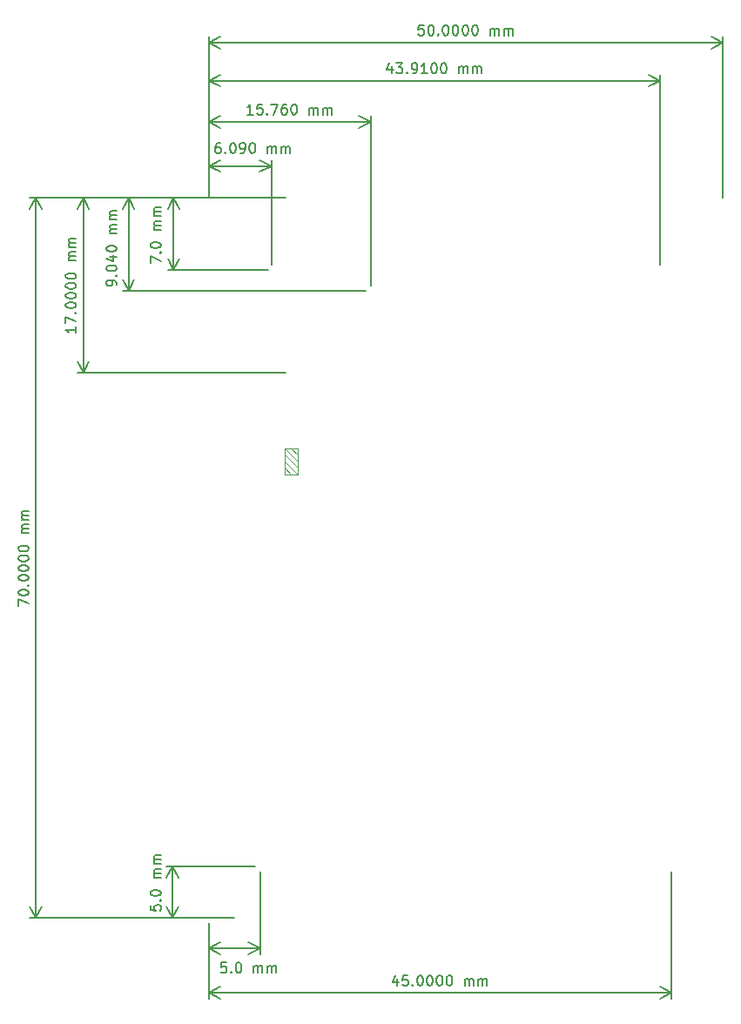
<source format=gbr>
%TF.GenerationSoftware,KiCad,Pcbnew,(6.0.7)*%
%TF.CreationDate,2022-08-04T11:05:02-07:00*%
%TF.ProjectId,SZG-TEMPLATE-TXR,535a472d-5445-44d5-904c-4154452d5458,A*%
%TF.SameCoordinates,Original*%
%TF.FileFunction,OtherDrawing,Comment*%
%FSLAX46Y46*%
G04 Gerber Fmt 4.6, Leading zero omitted, Abs format (unit mm)*
G04 Created by KiCad (PCBNEW (6.0.7)) date 2022-08-04 11:05:02*
%MOMM*%
%LPD*%
G01*
G04 APERTURE LIST*
%ADD10C,0.150000*%
%ADD11C,0.100000*%
G04 APERTURE END LIST*
D10*
X104502380Y-71347619D02*
X104502380Y-71919047D01*
X104502380Y-71633333D02*
X103502380Y-71633333D01*
X103645238Y-71728571D01*
X103740476Y-71823809D01*
X103788095Y-71919047D01*
X103502380Y-71014285D02*
X103502380Y-70347619D01*
X104502380Y-70776190D01*
X104407142Y-69966666D02*
X104454761Y-69919047D01*
X104502380Y-69966666D01*
X104454761Y-70014285D01*
X104407142Y-69966666D01*
X104502380Y-69966666D01*
X103502380Y-69300000D02*
X103502380Y-69204761D01*
X103550000Y-69109523D01*
X103597619Y-69061904D01*
X103692857Y-69014285D01*
X103883333Y-68966666D01*
X104121428Y-68966666D01*
X104311904Y-69014285D01*
X104407142Y-69061904D01*
X104454761Y-69109523D01*
X104502380Y-69204761D01*
X104502380Y-69300000D01*
X104454761Y-69395238D01*
X104407142Y-69442857D01*
X104311904Y-69490476D01*
X104121428Y-69538095D01*
X103883333Y-69538095D01*
X103692857Y-69490476D01*
X103597619Y-69442857D01*
X103550000Y-69395238D01*
X103502380Y-69300000D01*
X103502380Y-68347619D02*
X103502380Y-68252380D01*
X103550000Y-68157142D01*
X103597619Y-68109523D01*
X103692857Y-68061904D01*
X103883333Y-68014285D01*
X104121428Y-68014285D01*
X104311904Y-68061904D01*
X104407142Y-68109523D01*
X104454761Y-68157142D01*
X104502380Y-68252380D01*
X104502380Y-68347619D01*
X104454761Y-68442857D01*
X104407142Y-68490476D01*
X104311904Y-68538095D01*
X104121428Y-68585714D01*
X103883333Y-68585714D01*
X103692857Y-68538095D01*
X103597619Y-68490476D01*
X103550000Y-68442857D01*
X103502380Y-68347619D01*
X103502380Y-67395238D02*
X103502380Y-67300000D01*
X103550000Y-67204761D01*
X103597619Y-67157142D01*
X103692857Y-67109523D01*
X103883333Y-67061904D01*
X104121428Y-67061904D01*
X104311904Y-67109523D01*
X104407142Y-67157142D01*
X104454761Y-67204761D01*
X104502380Y-67300000D01*
X104502380Y-67395238D01*
X104454761Y-67490476D01*
X104407142Y-67538095D01*
X104311904Y-67585714D01*
X104121428Y-67633333D01*
X103883333Y-67633333D01*
X103692857Y-67585714D01*
X103597619Y-67538095D01*
X103550000Y-67490476D01*
X103502380Y-67395238D01*
X103502380Y-66442857D02*
X103502380Y-66347619D01*
X103550000Y-66252380D01*
X103597619Y-66204761D01*
X103692857Y-66157142D01*
X103883333Y-66109523D01*
X104121428Y-66109523D01*
X104311904Y-66157142D01*
X104407142Y-66204761D01*
X104454761Y-66252380D01*
X104502380Y-66347619D01*
X104502380Y-66442857D01*
X104454761Y-66538095D01*
X104407142Y-66585714D01*
X104311904Y-66633333D01*
X104121428Y-66680952D01*
X103883333Y-66680952D01*
X103692857Y-66633333D01*
X103597619Y-66585714D01*
X103550000Y-66538095D01*
X103502380Y-66442857D01*
X104502380Y-64919047D02*
X103835714Y-64919047D01*
X103930952Y-64919047D02*
X103883333Y-64871428D01*
X103835714Y-64776190D01*
X103835714Y-64633333D01*
X103883333Y-64538095D01*
X103978571Y-64490476D01*
X104502380Y-64490476D01*
X103978571Y-64490476D02*
X103883333Y-64442857D01*
X103835714Y-64347619D01*
X103835714Y-64204761D01*
X103883333Y-64109523D01*
X103978571Y-64061904D01*
X104502380Y-64061904D01*
X104502380Y-63585714D02*
X103835714Y-63585714D01*
X103930952Y-63585714D02*
X103883333Y-63538095D01*
X103835714Y-63442857D01*
X103835714Y-63300000D01*
X103883333Y-63204761D01*
X103978571Y-63157142D01*
X104502380Y-63157142D01*
X103978571Y-63157142D02*
X103883333Y-63109523D01*
X103835714Y-63014285D01*
X103835714Y-62871428D01*
X103883333Y-62776190D01*
X103978571Y-62728571D01*
X104502380Y-62728571D01*
X124900000Y-58800000D02*
X104613580Y-58800000D01*
X124900000Y-75800000D02*
X104613580Y-75800000D01*
X105200000Y-58800000D02*
X105200000Y-75800000D01*
X105200000Y-58800000D02*
X105200000Y-75800000D01*
X105200000Y-58800000D02*
X104613579Y-59926504D01*
X105200000Y-58800000D02*
X105786421Y-59926504D01*
X105200000Y-75800000D02*
X105786421Y-74673496D01*
X105200000Y-75800000D02*
X104613579Y-74673496D01*
X98902380Y-98466666D02*
X98902380Y-97800000D01*
X99902380Y-98228571D01*
X98902380Y-97228571D02*
X98902380Y-97133333D01*
X98950000Y-97038095D01*
X98997619Y-96990476D01*
X99092857Y-96942857D01*
X99283333Y-96895238D01*
X99521428Y-96895238D01*
X99711904Y-96942857D01*
X99807142Y-96990476D01*
X99854761Y-97038095D01*
X99902380Y-97133333D01*
X99902380Y-97228571D01*
X99854761Y-97323809D01*
X99807142Y-97371428D01*
X99711904Y-97419047D01*
X99521428Y-97466666D01*
X99283333Y-97466666D01*
X99092857Y-97419047D01*
X98997619Y-97371428D01*
X98950000Y-97323809D01*
X98902380Y-97228571D01*
X99807142Y-96466666D02*
X99854761Y-96419047D01*
X99902380Y-96466666D01*
X99854761Y-96514285D01*
X99807142Y-96466666D01*
X99902380Y-96466666D01*
X98902380Y-95800000D02*
X98902380Y-95704761D01*
X98950000Y-95609523D01*
X98997619Y-95561904D01*
X99092857Y-95514285D01*
X99283333Y-95466666D01*
X99521428Y-95466666D01*
X99711904Y-95514285D01*
X99807142Y-95561904D01*
X99854761Y-95609523D01*
X99902380Y-95704761D01*
X99902380Y-95800000D01*
X99854761Y-95895238D01*
X99807142Y-95942857D01*
X99711904Y-95990476D01*
X99521428Y-96038095D01*
X99283333Y-96038095D01*
X99092857Y-95990476D01*
X98997619Y-95942857D01*
X98950000Y-95895238D01*
X98902380Y-95800000D01*
X98902380Y-94847619D02*
X98902380Y-94752380D01*
X98950000Y-94657142D01*
X98997619Y-94609523D01*
X99092857Y-94561904D01*
X99283333Y-94514285D01*
X99521428Y-94514285D01*
X99711904Y-94561904D01*
X99807142Y-94609523D01*
X99854761Y-94657142D01*
X99902380Y-94752380D01*
X99902380Y-94847619D01*
X99854761Y-94942857D01*
X99807142Y-94990476D01*
X99711904Y-95038095D01*
X99521428Y-95085714D01*
X99283333Y-95085714D01*
X99092857Y-95038095D01*
X98997619Y-94990476D01*
X98950000Y-94942857D01*
X98902380Y-94847619D01*
X98902380Y-93895238D02*
X98902380Y-93800000D01*
X98950000Y-93704761D01*
X98997619Y-93657142D01*
X99092857Y-93609523D01*
X99283333Y-93561904D01*
X99521428Y-93561904D01*
X99711904Y-93609523D01*
X99807142Y-93657142D01*
X99854761Y-93704761D01*
X99902380Y-93800000D01*
X99902380Y-93895238D01*
X99854761Y-93990476D01*
X99807142Y-94038095D01*
X99711904Y-94085714D01*
X99521428Y-94133333D01*
X99283333Y-94133333D01*
X99092857Y-94085714D01*
X98997619Y-94038095D01*
X98950000Y-93990476D01*
X98902380Y-93895238D01*
X98902380Y-92942857D02*
X98902380Y-92847619D01*
X98950000Y-92752380D01*
X98997619Y-92704761D01*
X99092857Y-92657142D01*
X99283333Y-92609523D01*
X99521428Y-92609523D01*
X99711904Y-92657142D01*
X99807142Y-92704761D01*
X99854761Y-92752380D01*
X99902380Y-92847619D01*
X99902380Y-92942857D01*
X99854761Y-93038095D01*
X99807142Y-93085714D01*
X99711904Y-93133333D01*
X99521428Y-93180952D01*
X99283333Y-93180952D01*
X99092857Y-93133333D01*
X98997619Y-93085714D01*
X98950000Y-93038095D01*
X98902380Y-92942857D01*
X99902380Y-91419047D02*
X99235714Y-91419047D01*
X99330952Y-91419047D02*
X99283333Y-91371428D01*
X99235714Y-91276190D01*
X99235714Y-91133333D01*
X99283333Y-91038095D01*
X99378571Y-90990476D01*
X99902380Y-90990476D01*
X99378571Y-90990476D02*
X99283333Y-90942857D01*
X99235714Y-90847619D01*
X99235714Y-90704761D01*
X99283333Y-90609523D01*
X99378571Y-90561904D01*
X99902380Y-90561904D01*
X99902380Y-90085714D02*
X99235714Y-90085714D01*
X99330952Y-90085714D02*
X99283333Y-90038095D01*
X99235714Y-89942857D01*
X99235714Y-89800000D01*
X99283333Y-89704761D01*
X99378571Y-89657142D01*
X99902380Y-89657142D01*
X99378571Y-89657142D02*
X99283333Y-89609523D01*
X99235714Y-89514285D01*
X99235714Y-89371428D01*
X99283333Y-89276190D01*
X99378571Y-89228571D01*
X99902380Y-89228571D01*
X119900000Y-58800000D02*
X100013580Y-58800000D01*
X119900000Y-128800000D02*
X100013580Y-128800000D01*
X100600000Y-58800000D02*
X100600000Y-128800000D01*
X100600000Y-58800000D02*
X100600000Y-128800000D01*
X100600000Y-58800000D02*
X100013579Y-59926504D01*
X100600000Y-58800000D02*
X101186421Y-59926504D01*
X100600000Y-128800000D02*
X101186421Y-127673496D01*
X100600000Y-128800000D02*
X100013579Y-127673496D01*
X138304761Y-42002380D02*
X137828571Y-42002380D01*
X137780952Y-42478571D01*
X137828571Y-42430952D01*
X137923809Y-42383333D01*
X138161904Y-42383333D01*
X138257142Y-42430952D01*
X138304761Y-42478571D01*
X138352380Y-42573809D01*
X138352380Y-42811904D01*
X138304761Y-42907142D01*
X138257142Y-42954761D01*
X138161904Y-43002380D01*
X137923809Y-43002380D01*
X137828571Y-42954761D01*
X137780952Y-42907142D01*
X138971428Y-42002380D02*
X139066666Y-42002380D01*
X139161904Y-42050000D01*
X139209523Y-42097619D01*
X139257142Y-42192857D01*
X139304761Y-42383333D01*
X139304761Y-42621428D01*
X139257142Y-42811904D01*
X139209523Y-42907142D01*
X139161904Y-42954761D01*
X139066666Y-43002380D01*
X138971428Y-43002380D01*
X138876190Y-42954761D01*
X138828571Y-42907142D01*
X138780952Y-42811904D01*
X138733333Y-42621428D01*
X138733333Y-42383333D01*
X138780952Y-42192857D01*
X138828571Y-42097619D01*
X138876190Y-42050000D01*
X138971428Y-42002380D01*
X139733333Y-42907142D02*
X139780952Y-42954761D01*
X139733333Y-43002380D01*
X139685714Y-42954761D01*
X139733333Y-42907142D01*
X139733333Y-43002380D01*
X140400000Y-42002380D02*
X140495238Y-42002380D01*
X140590476Y-42050000D01*
X140638095Y-42097619D01*
X140685714Y-42192857D01*
X140733333Y-42383333D01*
X140733333Y-42621428D01*
X140685714Y-42811904D01*
X140638095Y-42907142D01*
X140590476Y-42954761D01*
X140495238Y-43002380D01*
X140400000Y-43002380D01*
X140304761Y-42954761D01*
X140257142Y-42907142D01*
X140209523Y-42811904D01*
X140161904Y-42621428D01*
X140161904Y-42383333D01*
X140209523Y-42192857D01*
X140257142Y-42097619D01*
X140304761Y-42050000D01*
X140400000Y-42002380D01*
X141352380Y-42002380D02*
X141447619Y-42002380D01*
X141542857Y-42050000D01*
X141590476Y-42097619D01*
X141638095Y-42192857D01*
X141685714Y-42383333D01*
X141685714Y-42621428D01*
X141638095Y-42811904D01*
X141590476Y-42907142D01*
X141542857Y-42954761D01*
X141447619Y-43002380D01*
X141352380Y-43002380D01*
X141257142Y-42954761D01*
X141209523Y-42907142D01*
X141161904Y-42811904D01*
X141114285Y-42621428D01*
X141114285Y-42383333D01*
X141161904Y-42192857D01*
X141209523Y-42097619D01*
X141257142Y-42050000D01*
X141352380Y-42002380D01*
X142304761Y-42002380D02*
X142400000Y-42002380D01*
X142495238Y-42050000D01*
X142542857Y-42097619D01*
X142590476Y-42192857D01*
X142638095Y-42383333D01*
X142638095Y-42621428D01*
X142590476Y-42811904D01*
X142542857Y-42907142D01*
X142495238Y-42954761D01*
X142400000Y-43002380D01*
X142304761Y-43002380D01*
X142209523Y-42954761D01*
X142161904Y-42907142D01*
X142114285Y-42811904D01*
X142066666Y-42621428D01*
X142066666Y-42383333D01*
X142114285Y-42192857D01*
X142161904Y-42097619D01*
X142209523Y-42050000D01*
X142304761Y-42002380D01*
X143257142Y-42002380D02*
X143352380Y-42002380D01*
X143447619Y-42050000D01*
X143495238Y-42097619D01*
X143542857Y-42192857D01*
X143590476Y-42383333D01*
X143590476Y-42621428D01*
X143542857Y-42811904D01*
X143495238Y-42907142D01*
X143447619Y-42954761D01*
X143352380Y-43002380D01*
X143257142Y-43002380D01*
X143161904Y-42954761D01*
X143114285Y-42907142D01*
X143066666Y-42811904D01*
X143019047Y-42621428D01*
X143019047Y-42383333D01*
X143066666Y-42192857D01*
X143114285Y-42097619D01*
X143161904Y-42050000D01*
X143257142Y-42002380D01*
X144780952Y-43002380D02*
X144780952Y-42335714D01*
X144780952Y-42430952D02*
X144828571Y-42383333D01*
X144923809Y-42335714D01*
X145066666Y-42335714D01*
X145161904Y-42383333D01*
X145209523Y-42478571D01*
X145209523Y-43002380D01*
X145209523Y-42478571D02*
X145257142Y-42383333D01*
X145352380Y-42335714D01*
X145495238Y-42335714D01*
X145590476Y-42383333D01*
X145638095Y-42478571D01*
X145638095Y-43002380D01*
X146114285Y-43002380D02*
X146114285Y-42335714D01*
X146114285Y-42430952D02*
X146161904Y-42383333D01*
X146257142Y-42335714D01*
X146400000Y-42335714D01*
X146495238Y-42383333D01*
X146542857Y-42478571D01*
X146542857Y-43002380D01*
X146542857Y-42478571D02*
X146590476Y-42383333D01*
X146685714Y-42335714D01*
X146828571Y-42335714D01*
X146923809Y-42383333D01*
X146971428Y-42478571D01*
X146971428Y-43002380D01*
X167400000Y-58800000D02*
X167400000Y-43113580D01*
X117400000Y-58800000D02*
X117400000Y-43113580D01*
X167400000Y-43700000D02*
X117400000Y-43700000D01*
X167400000Y-43700000D02*
X117400000Y-43700000D01*
X167400000Y-43700000D02*
X166273496Y-43113579D01*
X167400000Y-43700000D02*
X166273496Y-44286421D01*
X117400000Y-43700000D02*
X118526504Y-44286421D01*
X117400000Y-43700000D02*
X118526504Y-43113579D01*
X121708731Y-50702380D02*
X121137302Y-50702380D01*
X121423017Y-50702380D02*
X121423017Y-49702380D01*
X121327779Y-49845238D01*
X121232540Y-49940476D01*
X121137302Y-49988095D01*
X122613493Y-49702380D02*
X122137302Y-49702380D01*
X122089683Y-50178571D01*
X122137302Y-50130952D01*
X122232540Y-50083333D01*
X122470636Y-50083333D01*
X122565874Y-50130952D01*
X122613493Y-50178571D01*
X122661112Y-50273809D01*
X122661112Y-50511904D01*
X122613493Y-50607142D01*
X122565874Y-50654761D01*
X122470636Y-50702380D01*
X122232540Y-50702380D01*
X122137302Y-50654761D01*
X122089683Y-50607142D01*
X123089683Y-50607142D02*
X123137302Y-50654761D01*
X123089683Y-50702380D01*
X123042064Y-50654761D01*
X123089683Y-50607142D01*
X123089683Y-50702380D01*
X123470636Y-49702380D02*
X124137302Y-49702380D01*
X123708731Y-50702380D01*
X124946826Y-49702380D02*
X124756350Y-49702380D01*
X124661112Y-49750000D01*
X124613493Y-49797619D01*
X124518255Y-49940476D01*
X124470636Y-50130952D01*
X124470636Y-50511904D01*
X124518255Y-50607142D01*
X124565874Y-50654761D01*
X124661112Y-50702380D01*
X124851588Y-50702380D01*
X124946826Y-50654761D01*
X124994445Y-50607142D01*
X125042064Y-50511904D01*
X125042064Y-50273809D01*
X124994445Y-50178571D01*
X124946826Y-50130952D01*
X124851588Y-50083333D01*
X124661112Y-50083333D01*
X124565874Y-50130952D01*
X124518255Y-50178571D01*
X124470636Y-50273809D01*
X125661112Y-49702380D02*
X125756350Y-49702380D01*
X125851588Y-49750000D01*
X125899207Y-49797619D01*
X125946826Y-49892857D01*
X125994445Y-50083333D01*
X125994445Y-50321428D01*
X125946826Y-50511904D01*
X125899207Y-50607142D01*
X125851588Y-50654761D01*
X125756350Y-50702380D01*
X125661112Y-50702380D01*
X125565874Y-50654761D01*
X125518255Y-50607142D01*
X125470636Y-50511904D01*
X125423017Y-50321428D01*
X125423017Y-50083333D01*
X125470636Y-49892857D01*
X125518255Y-49797619D01*
X125565874Y-49750000D01*
X125661112Y-49702380D01*
X127184921Y-50702380D02*
X127184921Y-50035714D01*
X127184921Y-50130952D02*
X127232540Y-50083333D01*
X127327779Y-50035714D01*
X127470636Y-50035714D01*
X127565874Y-50083333D01*
X127613493Y-50178571D01*
X127613493Y-50702380D01*
X127613493Y-50178571D02*
X127661112Y-50083333D01*
X127756350Y-50035714D01*
X127899207Y-50035714D01*
X127994445Y-50083333D01*
X128042064Y-50178571D01*
X128042064Y-50702380D01*
X128518255Y-50702380D02*
X128518255Y-50035714D01*
X128518255Y-50130952D02*
X128565874Y-50083333D01*
X128661112Y-50035714D01*
X128803969Y-50035714D01*
X128899207Y-50083333D01*
X128946826Y-50178571D01*
X128946826Y-50702380D01*
X128946826Y-50178571D02*
X128994445Y-50083333D01*
X129089683Y-50035714D01*
X129232540Y-50035714D01*
X129327779Y-50083333D01*
X129375398Y-50178571D01*
X129375398Y-50702380D01*
X117400000Y-58300000D02*
X117400000Y-50813580D01*
X133160320Y-50813580D02*
X133160320Y-67340000D01*
X117400000Y-51400000D02*
X133160320Y-51400000D01*
X117400000Y-51400000D02*
X133160320Y-51400000D01*
X117400000Y-51400000D02*
X118526504Y-51986421D01*
X117400000Y-51400000D02*
X118526504Y-50813579D01*
X133160320Y-51400000D02*
X132033816Y-50813579D01*
X133160320Y-51400000D02*
X132033816Y-51986421D01*
X135757142Y-134735714D02*
X135757142Y-135402380D01*
X135519047Y-134354761D02*
X135280952Y-135069047D01*
X135900000Y-135069047D01*
X136757142Y-134402380D02*
X136280952Y-134402380D01*
X136233333Y-134878571D01*
X136280952Y-134830952D01*
X136376190Y-134783333D01*
X136614285Y-134783333D01*
X136709523Y-134830952D01*
X136757142Y-134878571D01*
X136804761Y-134973809D01*
X136804761Y-135211904D01*
X136757142Y-135307142D01*
X136709523Y-135354761D01*
X136614285Y-135402380D01*
X136376190Y-135402380D01*
X136280952Y-135354761D01*
X136233333Y-135307142D01*
X137233333Y-135307142D02*
X137280952Y-135354761D01*
X137233333Y-135402380D01*
X137185714Y-135354761D01*
X137233333Y-135307142D01*
X137233333Y-135402380D01*
X137900000Y-134402380D02*
X137995238Y-134402380D01*
X138090476Y-134450000D01*
X138138095Y-134497619D01*
X138185714Y-134592857D01*
X138233333Y-134783333D01*
X138233333Y-135021428D01*
X138185714Y-135211904D01*
X138138095Y-135307142D01*
X138090476Y-135354761D01*
X137995238Y-135402380D01*
X137900000Y-135402380D01*
X137804761Y-135354761D01*
X137757142Y-135307142D01*
X137709523Y-135211904D01*
X137661904Y-135021428D01*
X137661904Y-134783333D01*
X137709523Y-134592857D01*
X137757142Y-134497619D01*
X137804761Y-134450000D01*
X137900000Y-134402380D01*
X138852380Y-134402380D02*
X138947619Y-134402380D01*
X139042857Y-134450000D01*
X139090476Y-134497619D01*
X139138095Y-134592857D01*
X139185714Y-134783333D01*
X139185714Y-135021428D01*
X139138095Y-135211904D01*
X139090476Y-135307142D01*
X139042857Y-135354761D01*
X138947619Y-135402380D01*
X138852380Y-135402380D01*
X138757142Y-135354761D01*
X138709523Y-135307142D01*
X138661904Y-135211904D01*
X138614285Y-135021428D01*
X138614285Y-134783333D01*
X138661904Y-134592857D01*
X138709523Y-134497619D01*
X138757142Y-134450000D01*
X138852380Y-134402380D01*
X139804761Y-134402380D02*
X139900000Y-134402380D01*
X139995238Y-134450000D01*
X140042857Y-134497619D01*
X140090476Y-134592857D01*
X140138095Y-134783333D01*
X140138095Y-135021428D01*
X140090476Y-135211904D01*
X140042857Y-135307142D01*
X139995238Y-135354761D01*
X139900000Y-135402380D01*
X139804761Y-135402380D01*
X139709523Y-135354761D01*
X139661904Y-135307142D01*
X139614285Y-135211904D01*
X139566666Y-135021428D01*
X139566666Y-134783333D01*
X139614285Y-134592857D01*
X139661904Y-134497619D01*
X139709523Y-134450000D01*
X139804761Y-134402380D01*
X140757142Y-134402380D02*
X140852380Y-134402380D01*
X140947619Y-134450000D01*
X140995238Y-134497619D01*
X141042857Y-134592857D01*
X141090476Y-134783333D01*
X141090476Y-135021428D01*
X141042857Y-135211904D01*
X140995238Y-135307142D01*
X140947619Y-135354761D01*
X140852380Y-135402380D01*
X140757142Y-135402380D01*
X140661904Y-135354761D01*
X140614285Y-135307142D01*
X140566666Y-135211904D01*
X140519047Y-135021428D01*
X140519047Y-134783333D01*
X140566666Y-134592857D01*
X140614285Y-134497619D01*
X140661904Y-134450000D01*
X140757142Y-134402380D01*
X142280952Y-135402380D02*
X142280952Y-134735714D01*
X142280952Y-134830952D02*
X142328571Y-134783333D01*
X142423809Y-134735714D01*
X142566666Y-134735714D01*
X142661904Y-134783333D01*
X142709523Y-134878571D01*
X142709523Y-135402380D01*
X142709523Y-134878571D02*
X142757142Y-134783333D01*
X142852380Y-134735714D01*
X142995238Y-134735714D01*
X143090476Y-134783333D01*
X143138095Y-134878571D01*
X143138095Y-135402380D01*
X143614285Y-135402380D02*
X143614285Y-134735714D01*
X143614285Y-134830952D02*
X143661904Y-134783333D01*
X143757142Y-134735714D01*
X143900000Y-134735714D01*
X143995238Y-134783333D01*
X144042857Y-134878571D01*
X144042857Y-135402380D01*
X144042857Y-134878571D02*
X144090476Y-134783333D01*
X144185714Y-134735714D01*
X144328571Y-134735714D01*
X144423809Y-134783333D01*
X144471428Y-134878571D01*
X144471428Y-135402380D01*
X117400000Y-129300000D02*
X117400000Y-136686420D01*
X162400000Y-136686420D02*
X162400000Y-124300000D01*
X117400000Y-136100000D02*
X162400000Y-136100000D01*
X117400000Y-136100000D02*
X162400000Y-136100000D01*
X117400000Y-136100000D02*
X118526504Y-136686421D01*
X117400000Y-136100000D02*
X118526504Y-135513579D01*
X162400000Y-136100000D02*
X161273496Y-135513579D01*
X162400000Y-136100000D02*
X161273496Y-136686421D01*
X119109523Y-133152380D02*
X118633333Y-133152380D01*
X118585714Y-133628571D01*
X118633333Y-133580952D01*
X118728571Y-133533333D01*
X118966666Y-133533333D01*
X119061904Y-133580952D01*
X119109523Y-133628571D01*
X119157142Y-133723809D01*
X119157142Y-133961904D01*
X119109523Y-134057142D01*
X119061904Y-134104761D01*
X118966666Y-134152380D01*
X118728571Y-134152380D01*
X118633333Y-134104761D01*
X118585714Y-134057142D01*
X119585714Y-134057142D02*
X119633333Y-134104761D01*
X119585714Y-134152380D01*
X119538095Y-134104761D01*
X119585714Y-134057142D01*
X119585714Y-134152380D01*
X120252380Y-133152380D02*
X120347619Y-133152380D01*
X120442857Y-133200000D01*
X120490476Y-133247619D01*
X120538095Y-133342857D01*
X120585714Y-133533333D01*
X120585714Y-133771428D01*
X120538095Y-133961904D01*
X120490476Y-134057142D01*
X120442857Y-134104761D01*
X120347619Y-134152380D01*
X120252380Y-134152380D01*
X120157142Y-134104761D01*
X120109523Y-134057142D01*
X120061904Y-133961904D01*
X120014285Y-133771428D01*
X120014285Y-133533333D01*
X120061904Y-133342857D01*
X120109523Y-133247619D01*
X120157142Y-133200000D01*
X120252380Y-133152380D01*
X121776190Y-134152380D02*
X121776190Y-133485714D01*
X121776190Y-133580952D02*
X121823809Y-133533333D01*
X121919047Y-133485714D01*
X122061904Y-133485714D01*
X122157142Y-133533333D01*
X122204761Y-133628571D01*
X122204761Y-134152380D01*
X122204761Y-133628571D02*
X122252380Y-133533333D01*
X122347619Y-133485714D01*
X122490476Y-133485714D01*
X122585714Y-133533333D01*
X122633333Y-133628571D01*
X122633333Y-134152380D01*
X123109523Y-134152380D02*
X123109523Y-133485714D01*
X123109523Y-133580952D02*
X123157142Y-133533333D01*
X123252380Y-133485714D01*
X123395238Y-133485714D01*
X123490476Y-133533333D01*
X123538095Y-133628571D01*
X123538095Y-134152380D01*
X123538095Y-133628571D02*
X123585714Y-133533333D01*
X123680952Y-133485714D01*
X123823809Y-133485714D01*
X123919047Y-133533333D01*
X123966666Y-133628571D01*
X123966666Y-134152380D01*
X117400000Y-129300000D02*
X117400000Y-132386420D01*
X122400000Y-132386420D02*
X122400000Y-124300000D01*
X117400000Y-131800000D02*
X122400000Y-131800000D01*
X117400000Y-131800000D02*
X122400000Y-131800000D01*
X117400000Y-131800000D02*
X118526504Y-132386421D01*
X117400000Y-131800000D02*
X118526504Y-131213579D01*
X122400000Y-131800000D02*
X121273496Y-131213579D01*
X122400000Y-131800000D02*
X121273496Y-132386421D01*
X111752380Y-127590476D02*
X111752380Y-128066666D01*
X112228571Y-128114285D01*
X112180952Y-128066666D01*
X112133333Y-127971428D01*
X112133333Y-127733333D01*
X112180952Y-127638095D01*
X112228571Y-127590476D01*
X112323809Y-127542857D01*
X112561904Y-127542857D01*
X112657142Y-127590476D01*
X112704761Y-127638095D01*
X112752380Y-127733333D01*
X112752380Y-127971428D01*
X112704761Y-128066666D01*
X112657142Y-128114285D01*
X112657142Y-127114285D02*
X112704761Y-127066666D01*
X112752380Y-127114285D01*
X112704761Y-127161904D01*
X112657142Y-127114285D01*
X112752380Y-127114285D01*
X111752380Y-126447619D02*
X111752380Y-126352380D01*
X111800000Y-126257142D01*
X111847619Y-126209523D01*
X111942857Y-126161904D01*
X112133333Y-126114285D01*
X112371428Y-126114285D01*
X112561904Y-126161904D01*
X112657142Y-126209523D01*
X112704761Y-126257142D01*
X112752380Y-126352380D01*
X112752380Y-126447619D01*
X112704761Y-126542857D01*
X112657142Y-126590476D01*
X112561904Y-126638095D01*
X112371428Y-126685714D01*
X112133333Y-126685714D01*
X111942857Y-126638095D01*
X111847619Y-126590476D01*
X111800000Y-126542857D01*
X111752380Y-126447619D01*
X112752380Y-124923809D02*
X112085714Y-124923809D01*
X112180952Y-124923809D02*
X112133333Y-124876190D01*
X112085714Y-124780952D01*
X112085714Y-124638095D01*
X112133333Y-124542857D01*
X112228571Y-124495238D01*
X112752380Y-124495238D01*
X112228571Y-124495238D02*
X112133333Y-124447619D01*
X112085714Y-124352380D01*
X112085714Y-124209523D01*
X112133333Y-124114285D01*
X112228571Y-124066666D01*
X112752380Y-124066666D01*
X112752380Y-123590476D02*
X112085714Y-123590476D01*
X112180952Y-123590476D02*
X112133333Y-123542857D01*
X112085714Y-123447619D01*
X112085714Y-123304761D01*
X112133333Y-123209523D01*
X112228571Y-123161904D01*
X112752380Y-123161904D01*
X112228571Y-123161904D02*
X112133333Y-123114285D01*
X112085714Y-123019047D01*
X112085714Y-122876190D01*
X112133333Y-122780952D01*
X112228571Y-122733333D01*
X112752380Y-122733333D01*
X116900000Y-128800000D02*
X113313580Y-128800000D01*
X113313580Y-123800000D02*
X121900000Y-123800000D01*
X113900000Y-128800000D02*
X113900000Y-123800000D01*
X113900000Y-128800000D02*
X113900000Y-123800000D01*
X113900000Y-128800000D02*
X114486421Y-127673496D01*
X113900000Y-128800000D02*
X113313579Y-127673496D01*
X113900000Y-123800000D02*
X113313579Y-124926504D01*
X113900000Y-123800000D02*
X114486421Y-124926504D01*
X118509523Y-53452380D02*
X118319047Y-53452380D01*
X118223809Y-53500000D01*
X118176190Y-53547619D01*
X118080952Y-53690476D01*
X118033333Y-53880952D01*
X118033333Y-54261904D01*
X118080952Y-54357142D01*
X118128571Y-54404761D01*
X118223809Y-54452380D01*
X118414285Y-54452380D01*
X118509523Y-54404761D01*
X118557142Y-54357142D01*
X118604761Y-54261904D01*
X118604761Y-54023809D01*
X118557142Y-53928571D01*
X118509523Y-53880952D01*
X118414285Y-53833333D01*
X118223809Y-53833333D01*
X118128571Y-53880952D01*
X118080952Y-53928571D01*
X118033333Y-54023809D01*
X119033333Y-54357142D02*
X119080952Y-54404761D01*
X119033333Y-54452380D01*
X118985714Y-54404761D01*
X119033333Y-54357142D01*
X119033333Y-54452380D01*
X119700000Y-53452380D02*
X119795238Y-53452380D01*
X119890476Y-53500000D01*
X119938095Y-53547619D01*
X119985714Y-53642857D01*
X120033333Y-53833333D01*
X120033333Y-54071428D01*
X119985714Y-54261904D01*
X119938095Y-54357142D01*
X119890476Y-54404761D01*
X119795238Y-54452380D01*
X119700000Y-54452380D01*
X119604761Y-54404761D01*
X119557142Y-54357142D01*
X119509523Y-54261904D01*
X119461904Y-54071428D01*
X119461904Y-53833333D01*
X119509523Y-53642857D01*
X119557142Y-53547619D01*
X119604761Y-53500000D01*
X119700000Y-53452380D01*
X120509523Y-54452380D02*
X120700000Y-54452380D01*
X120795238Y-54404761D01*
X120842857Y-54357142D01*
X120938095Y-54214285D01*
X120985714Y-54023809D01*
X120985714Y-53642857D01*
X120938095Y-53547619D01*
X120890476Y-53500000D01*
X120795238Y-53452380D01*
X120604761Y-53452380D01*
X120509523Y-53500000D01*
X120461904Y-53547619D01*
X120414285Y-53642857D01*
X120414285Y-53880952D01*
X120461904Y-53976190D01*
X120509523Y-54023809D01*
X120604761Y-54071428D01*
X120795238Y-54071428D01*
X120890476Y-54023809D01*
X120938095Y-53976190D01*
X120985714Y-53880952D01*
X121604761Y-53452380D02*
X121700000Y-53452380D01*
X121795238Y-53500000D01*
X121842857Y-53547619D01*
X121890476Y-53642857D01*
X121938095Y-53833333D01*
X121938095Y-54071428D01*
X121890476Y-54261904D01*
X121842857Y-54357142D01*
X121795238Y-54404761D01*
X121700000Y-54452380D01*
X121604761Y-54452380D01*
X121509523Y-54404761D01*
X121461904Y-54357142D01*
X121414285Y-54261904D01*
X121366666Y-54071428D01*
X121366666Y-53833333D01*
X121414285Y-53642857D01*
X121461904Y-53547619D01*
X121509523Y-53500000D01*
X121604761Y-53452380D01*
X123128571Y-54452380D02*
X123128571Y-53785714D01*
X123128571Y-53880952D02*
X123176190Y-53833333D01*
X123271428Y-53785714D01*
X123414285Y-53785714D01*
X123509523Y-53833333D01*
X123557142Y-53928571D01*
X123557142Y-54452380D01*
X123557142Y-53928571D02*
X123604761Y-53833333D01*
X123700000Y-53785714D01*
X123842857Y-53785714D01*
X123938095Y-53833333D01*
X123985714Y-53928571D01*
X123985714Y-54452380D01*
X124461904Y-54452380D02*
X124461904Y-53785714D01*
X124461904Y-53880952D02*
X124509523Y-53833333D01*
X124604761Y-53785714D01*
X124747619Y-53785714D01*
X124842857Y-53833333D01*
X124890476Y-53928571D01*
X124890476Y-54452380D01*
X124890476Y-53928571D02*
X124938095Y-53833333D01*
X125033333Y-53785714D01*
X125176190Y-53785714D01*
X125271428Y-53833333D01*
X125319047Y-53928571D01*
X125319047Y-54452380D01*
X117400000Y-58300000D02*
X117400000Y-55113580D01*
X123490000Y-55113580D02*
X123490000Y-65300000D01*
X117400000Y-55700000D02*
X123490000Y-55700000D01*
X117400000Y-55700000D02*
X123490000Y-55700000D01*
X117400000Y-55700000D02*
X118526504Y-56286421D01*
X117400000Y-55700000D02*
X118526504Y-55113579D01*
X123490000Y-55700000D02*
X122363496Y-55113579D01*
X123490000Y-55700000D02*
X122363496Y-56286421D01*
X108452380Y-67271428D02*
X108452380Y-67080952D01*
X108404761Y-66985714D01*
X108357142Y-66938095D01*
X108214285Y-66842857D01*
X108023809Y-66795238D01*
X107642857Y-66795238D01*
X107547619Y-66842857D01*
X107500000Y-66890476D01*
X107452380Y-66985714D01*
X107452380Y-67176190D01*
X107500000Y-67271428D01*
X107547619Y-67319047D01*
X107642857Y-67366666D01*
X107880952Y-67366666D01*
X107976190Y-67319047D01*
X108023809Y-67271428D01*
X108071428Y-67176190D01*
X108071428Y-66985714D01*
X108023809Y-66890476D01*
X107976190Y-66842857D01*
X107880952Y-66795238D01*
X108357142Y-66366666D02*
X108404761Y-66319047D01*
X108452380Y-66366666D01*
X108404761Y-66414285D01*
X108357142Y-66366666D01*
X108452380Y-66366666D01*
X107452380Y-65700000D02*
X107452380Y-65604761D01*
X107500000Y-65509523D01*
X107547619Y-65461904D01*
X107642857Y-65414285D01*
X107833333Y-65366666D01*
X108071428Y-65366666D01*
X108261904Y-65414285D01*
X108357142Y-65461904D01*
X108404761Y-65509523D01*
X108452380Y-65604761D01*
X108452380Y-65700000D01*
X108404761Y-65795238D01*
X108357142Y-65842857D01*
X108261904Y-65890476D01*
X108071428Y-65938095D01*
X107833333Y-65938095D01*
X107642857Y-65890476D01*
X107547619Y-65842857D01*
X107500000Y-65795238D01*
X107452380Y-65700000D01*
X107785714Y-64509523D02*
X108452380Y-64509523D01*
X107404761Y-64747619D02*
X108119047Y-64985714D01*
X108119047Y-64366666D01*
X107452380Y-63795238D02*
X107452380Y-63700000D01*
X107500000Y-63604761D01*
X107547619Y-63557142D01*
X107642857Y-63509523D01*
X107833333Y-63461904D01*
X108071428Y-63461904D01*
X108261904Y-63509523D01*
X108357142Y-63557142D01*
X108404761Y-63604761D01*
X108452380Y-63700000D01*
X108452380Y-63795238D01*
X108404761Y-63890476D01*
X108357142Y-63938095D01*
X108261904Y-63985714D01*
X108071428Y-64033333D01*
X107833333Y-64033333D01*
X107642857Y-63985714D01*
X107547619Y-63938095D01*
X107500000Y-63890476D01*
X107452380Y-63795238D01*
X108452380Y-62271428D02*
X107785714Y-62271428D01*
X107880952Y-62271428D02*
X107833333Y-62223809D01*
X107785714Y-62128571D01*
X107785714Y-61985714D01*
X107833333Y-61890476D01*
X107928571Y-61842857D01*
X108452380Y-61842857D01*
X107928571Y-61842857D02*
X107833333Y-61795238D01*
X107785714Y-61700000D01*
X107785714Y-61557142D01*
X107833333Y-61461904D01*
X107928571Y-61414285D01*
X108452380Y-61414285D01*
X108452380Y-60938095D02*
X107785714Y-60938095D01*
X107880952Y-60938095D02*
X107833333Y-60890476D01*
X107785714Y-60795238D01*
X107785714Y-60652380D01*
X107833333Y-60557142D01*
X107928571Y-60509523D01*
X108452380Y-60509523D01*
X107928571Y-60509523D02*
X107833333Y-60461904D01*
X107785714Y-60366666D01*
X107785714Y-60223809D01*
X107833333Y-60128571D01*
X107928571Y-60080952D01*
X108452380Y-60080952D01*
X116900000Y-58800000D02*
X109013580Y-58800000D01*
X109013580Y-67840000D02*
X132660320Y-67840000D01*
X109600000Y-58800000D02*
X109600000Y-67840000D01*
X109600000Y-58800000D02*
X109600000Y-67840000D01*
X109600000Y-58800000D02*
X109013579Y-59926504D01*
X109600000Y-58800000D02*
X110186421Y-59926504D01*
X109600000Y-67840000D02*
X110186421Y-66713496D01*
X109600000Y-67840000D02*
X109013579Y-66713496D01*
X111752380Y-65161904D02*
X111752380Y-64495238D01*
X112752380Y-64923809D01*
X112657142Y-64114285D02*
X112704761Y-64066666D01*
X112752380Y-64114285D01*
X112704761Y-64161904D01*
X112657142Y-64114285D01*
X112752380Y-64114285D01*
X111752380Y-63447619D02*
X111752380Y-63352380D01*
X111800000Y-63257142D01*
X111847619Y-63209523D01*
X111942857Y-63161904D01*
X112133333Y-63114285D01*
X112371428Y-63114285D01*
X112561904Y-63161904D01*
X112657142Y-63209523D01*
X112704761Y-63257142D01*
X112752380Y-63352380D01*
X112752380Y-63447619D01*
X112704761Y-63542857D01*
X112657142Y-63590476D01*
X112561904Y-63638095D01*
X112371428Y-63685714D01*
X112133333Y-63685714D01*
X111942857Y-63638095D01*
X111847619Y-63590476D01*
X111800000Y-63542857D01*
X111752380Y-63447619D01*
X112752380Y-61923809D02*
X112085714Y-61923809D01*
X112180952Y-61923809D02*
X112133333Y-61876190D01*
X112085714Y-61780952D01*
X112085714Y-61638095D01*
X112133333Y-61542857D01*
X112228571Y-61495238D01*
X112752380Y-61495238D01*
X112228571Y-61495238D02*
X112133333Y-61447619D01*
X112085714Y-61352380D01*
X112085714Y-61209523D01*
X112133333Y-61114285D01*
X112228571Y-61066666D01*
X112752380Y-61066666D01*
X112752380Y-60590476D02*
X112085714Y-60590476D01*
X112180952Y-60590476D02*
X112133333Y-60542857D01*
X112085714Y-60447619D01*
X112085714Y-60304761D01*
X112133333Y-60209523D01*
X112228571Y-60161904D01*
X112752380Y-60161904D01*
X112228571Y-60161904D02*
X112133333Y-60114285D01*
X112085714Y-60019047D01*
X112085714Y-59876190D01*
X112133333Y-59780952D01*
X112228571Y-59733333D01*
X112752380Y-59733333D01*
X116900000Y-58800000D02*
X113413580Y-58800000D01*
X113413580Y-65800000D02*
X123200000Y-65800000D01*
X114000000Y-58800000D02*
X114000000Y-65800000D01*
X114000000Y-58800000D02*
X114000000Y-65800000D01*
X114000000Y-58800000D02*
X113413579Y-59926504D01*
X114000000Y-58800000D02*
X114586421Y-59926504D01*
X114000000Y-65800000D02*
X114586421Y-64673496D01*
X114000000Y-65800000D02*
X113413579Y-64673496D01*
X135212142Y-46035714D02*
X135212142Y-46702380D01*
X134974047Y-45654761D02*
X134735952Y-46369047D01*
X135355000Y-46369047D01*
X135640714Y-45702380D02*
X136259761Y-45702380D01*
X135926428Y-46083333D01*
X136069285Y-46083333D01*
X136164523Y-46130952D01*
X136212142Y-46178571D01*
X136259761Y-46273809D01*
X136259761Y-46511904D01*
X136212142Y-46607142D01*
X136164523Y-46654761D01*
X136069285Y-46702380D01*
X135783571Y-46702380D01*
X135688333Y-46654761D01*
X135640714Y-46607142D01*
X136688333Y-46607142D02*
X136735952Y-46654761D01*
X136688333Y-46702380D01*
X136640714Y-46654761D01*
X136688333Y-46607142D01*
X136688333Y-46702380D01*
X137212142Y-46702380D02*
X137402619Y-46702380D01*
X137497857Y-46654761D01*
X137545476Y-46607142D01*
X137640714Y-46464285D01*
X137688333Y-46273809D01*
X137688333Y-45892857D01*
X137640714Y-45797619D01*
X137593095Y-45750000D01*
X137497857Y-45702380D01*
X137307380Y-45702380D01*
X137212142Y-45750000D01*
X137164523Y-45797619D01*
X137116904Y-45892857D01*
X137116904Y-46130952D01*
X137164523Y-46226190D01*
X137212142Y-46273809D01*
X137307380Y-46321428D01*
X137497857Y-46321428D01*
X137593095Y-46273809D01*
X137640714Y-46226190D01*
X137688333Y-46130952D01*
X138640714Y-46702380D02*
X138069285Y-46702380D01*
X138355000Y-46702380D02*
X138355000Y-45702380D01*
X138259761Y-45845238D01*
X138164523Y-45940476D01*
X138069285Y-45988095D01*
X139259761Y-45702380D02*
X139355000Y-45702380D01*
X139450238Y-45750000D01*
X139497857Y-45797619D01*
X139545476Y-45892857D01*
X139593095Y-46083333D01*
X139593095Y-46321428D01*
X139545476Y-46511904D01*
X139497857Y-46607142D01*
X139450238Y-46654761D01*
X139355000Y-46702380D01*
X139259761Y-46702380D01*
X139164523Y-46654761D01*
X139116904Y-46607142D01*
X139069285Y-46511904D01*
X139021666Y-46321428D01*
X139021666Y-46083333D01*
X139069285Y-45892857D01*
X139116904Y-45797619D01*
X139164523Y-45750000D01*
X139259761Y-45702380D01*
X140212142Y-45702380D02*
X140307380Y-45702380D01*
X140402619Y-45750000D01*
X140450238Y-45797619D01*
X140497857Y-45892857D01*
X140545476Y-46083333D01*
X140545476Y-46321428D01*
X140497857Y-46511904D01*
X140450238Y-46607142D01*
X140402619Y-46654761D01*
X140307380Y-46702380D01*
X140212142Y-46702380D01*
X140116904Y-46654761D01*
X140069285Y-46607142D01*
X140021666Y-46511904D01*
X139974047Y-46321428D01*
X139974047Y-46083333D01*
X140021666Y-45892857D01*
X140069285Y-45797619D01*
X140116904Y-45750000D01*
X140212142Y-45702380D01*
X141735952Y-46702380D02*
X141735952Y-46035714D01*
X141735952Y-46130952D02*
X141783571Y-46083333D01*
X141878809Y-46035714D01*
X142021666Y-46035714D01*
X142116904Y-46083333D01*
X142164523Y-46178571D01*
X142164523Y-46702380D01*
X142164523Y-46178571D02*
X142212142Y-46083333D01*
X142307380Y-46035714D01*
X142450238Y-46035714D01*
X142545476Y-46083333D01*
X142593095Y-46178571D01*
X142593095Y-46702380D01*
X143069285Y-46702380D02*
X143069285Y-46035714D01*
X143069285Y-46130952D02*
X143116904Y-46083333D01*
X143212142Y-46035714D01*
X143355000Y-46035714D01*
X143450238Y-46083333D01*
X143497857Y-46178571D01*
X143497857Y-46702380D01*
X143497857Y-46178571D02*
X143545476Y-46083333D01*
X143640714Y-46035714D01*
X143783571Y-46035714D01*
X143878809Y-46083333D01*
X143926428Y-46178571D01*
X143926428Y-46702380D01*
X117400000Y-58300000D02*
X117400000Y-46813580D01*
X161310000Y-46813580D02*
X161310000Y-65300000D01*
X117400000Y-47400000D02*
X161310000Y-47400000D01*
X117400000Y-47400000D02*
X161310000Y-47400000D01*
X117400000Y-47400000D02*
X118526504Y-47986421D01*
X117400000Y-47400000D02*
X118526504Y-46813579D01*
X161310000Y-47400000D02*
X160183496Y-46813579D01*
X161310000Y-47400000D02*
X160183496Y-47986421D01*
D11*
%TO.C,J2*%
X125400000Y-85670000D02*
X124765000Y-85035000D01*
X126035000Y-83130000D02*
X126035000Y-85670000D01*
X124765000Y-83130000D02*
X126035000Y-83130000D01*
X126035000Y-84400000D02*
X124765000Y-83130000D01*
X126035000Y-85670000D02*
X124765000Y-85670000D01*
X126035000Y-85035000D02*
X124765000Y-83765000D01*
X126035000Y-83765000D02*
X125400000Y-83130000D01*
X124765000Y-85670000D02*
X124765000Y-83130000D01*
X126035000Y-85670000D02*
X124765000Y-84400000D01*
%TD*%
M02*

</source>
